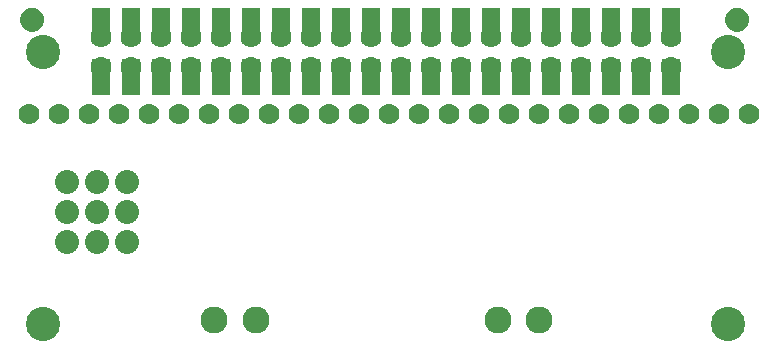
<source format=gbr>
G04 EAGLE Gerber RS-274X export*
G75*
%MOMM*%
%FSLAX34Y34*%
%LPD*%
%INSoldermask Bottom*%
%IPPOS*%
%AMOC8*
5,1,8,0,0,1.08239X$1,22.5*%
G01*
%ADD10C,2.901600*%
%ADD11R,1.625600X3.149600*%
%ADD12C,1.778000*%
%ADD13C,1.101600*%
%ADD14C,0.500000*%
%ADD15C,2.032000*%
%ADD16C,2.286000*%


D10*
X35000Y265000D03*
X615000Y265000D03*
X615000Y35000D03*
D11*
X83696Y243394D03*
X83696Y286574D03*
X109096Y243394D03*
X109096Y286574D03*
X134496Y286574D03*
X134496Y243394D03*
X159896Y286574D03*
X159896Y243394D03*
X185296Y286574D03*
X185296Y243394D03*
X210696Y286574D03*
X210696Y243394D03*
X236096Y286574D03*
X236096Y243394D03*
X261496Y286574D03*
X261496Y243394D03*
X286896Y286574D03*
X286896Y243394D03*
X312296Y286574D03*
X312296Y243394D03*
X337696Y286574D03*
X337696Y243394D03*
X363096Y286574D03*
X363096Y243394D03*
X388496Y286574D03*
X388496Y243394D03*
X413896Y286574D03*
X413896Y243394D03*
X439296Y286574D03*
X439296Y243394D03*
X464696Y286574D03*
X464696Y243394D03*
X490096Y286574D03*
X490096Y243394D03*
X515496Y286574D03*
X515496Y243394D03*
X540896Y286574D03*
X540896Y243394D03*
X566296Y286574D03*
X566296Y243394D03*
D10*
X35000Y35000D03*
D12*
X83700Y252300D03*
X83700Y277700D03*
X109100Y252300D03*
X109100Y277700D03*
X134500Y252300D03*
X134500Y277700D03*
X159900Y252300D03*
X159900Y277700D03*
X185300Y252300D03*
X185300Y277700D03*
X210700Y252300D03*
X210700Y277700D03*
X236100Y252300D03*
X236100Y277700D03*
X261500Y252300D03*
X261500Y277700D03*
X286900Y252300D03*
X286900Y277700D03*
X312300Y252300D03*
X312300Y277700D03*
X337700Y252300D03*
X337700Y277700D03*
X363100Y252300D03*
X363100Y277700D03*
X388500Y252300D03*
X388500Y277700D03*
X413900Y252300D03*
X413900Y277700D03*
X439300Y252300D03*
X439300Y277700D03*
X464700Y252300D03*
X464700Y277700D03*
X490100Y252300D03*
X490100Y277700D03*
X515500Y252300D03*
X515500Y277700D03*
X540900Y252300D03*
X540900Y277700D03*
X566300Y252300D03*
X566300Y277700D03*
D13*
X25400Y292100D03*
D14*
X32900Y292100D02*
X32898Y292281D01*
X32891Y292462D01*
X32880Y292643D01*
X32865Y292824D01*
X32845Y293004D01*
X32821Y293184D01*
X32793Y293363D01*
X32760Y293541D01*
X32723Y293718D01*
X32682Y293895D01*
X32637Y294070D01*
X32587Y294245D01*
X32533Y294418D01*
X32475Y294589D01*
X32413Y294760D01*
X32346Y294928D01*
X32276Y295095D01*
X32202Y295261D01*
X32123Y295424D01*
X32041Y295585D01*
X31955Y295745D01*
X31865Y295902D01*
X31771Y296057D01*
X31674Y296210D01*
X31572Y296360D01*
X31468Y296508D01*
X31359Y296654D01*
X31248Y296796D01*
X31132Y296936D01*
X31014Y297073D01*
X30892Y297208D01*
X30767Y297339D01*
X30639Y297467D01*
X30508Y297592D01*
X30373Y297714D01*
X30236Y297832D01*
X30096Y297948D01*
X29954Y298059D01*
X29808Y298168D01*
X29660Y298272D01*
X29510Y298374D01*
X29357Y298471D01*
X29202Y298565D01*
X29045Y298655D01*
X28885Y298741D01*
X28724Y298823D01*
X28561Y298902D01*
X28395Y298976D01*
X28228Y299046D01*
X28060Y299113D01*
X27889Y299175D01*
X27718Y299233D01*
X27545Y299287D01*
X27370Y299337D01*
X27195Y299382D01*
X27018Y299423D01*
X26841Y299460D01*
X26663Y299493D01*
X26484Y299521D01*
X26304Y299545D01*
X26124Y299565D01*
X25943Y299580D01*
X25762Y299591D01*
X25581Y299598D01*
X25400Y299600D01*
X25219Y299598D01*
X25038Y299591D01*
X24857Y299580D01*
X24676Y299565D01*
X24496Y299545D01*
X24316Y299521D01*
X24137Y299493D01*
X23959Y299460D01*
X23782Y299423D01*
X23605Y299382D01*
X23430Y299337D01*
X23255Y299287D01*
X23082Y299233D01*
X22911Y299175D01*
X22740Y299113D01*
X22572Y299046D01*
X22405Y298976D01*
X22239Y298902D01*
X22076Y298823D01*
X21915Y298741D01*
X21755Y298655D01*
X21598Y298565D01*
X21443Y298471D01*
X21290Y298374D01*
X21140Y298272D01*
X20992Y298168D01*
X20846Y298059D01*
X20704Y297948D01*
X20564Y297832D01*
X20427Y297714D01*
X20292Y297592D01*
X20161Y297467D01*
X20033Y297339D01*
X19908Y297208D01*
X19786Y297073D01*
X19668Y296936D01*
X19552Y296796D01*
X19441Y296654D01*
X19332Y296508D01*
X19228Y296360D01*
X19126Y296210D01*
X19029Y296057D01*
X18935Y295902D01*
X18845Y295745D01*
X18759Y295585D01*
X18677Y295424D01*
X18598Y295261D01*
X18524Y295095D01*
X18454Y294928D01*
X18387Y294760D01*
X18325Y294589D01*
X18267Y294418D01*
X18213Y294245D01*
X18163Y294070D01*
X18118Y293895D01*
X18077Y293718D01*
X18040Y293541D01*
X18007Y293363D01*
X17979Y293184D01*
X17955Y293004D01*
X17935Y292824D01*
X17920Y292643D01*
X17909Y292462D01*
X17902Y292281D01*
X17900Y292100D01*
X17902Y291919D01*
X17909Y291738D01*
X17920Y291557D01*
X17935Y291376D01*
X17955Y291196D01*
X17979Y291016D01*
X18007Y290837D01*
X18040Y290659D01*
X18077Y290482D01*
X18118Y290305D01*
X18163Y290130D01*
X18213Y289955D01*
X18267Y289782D01*
X18325Y289611D01*
X18387Y289440D01*
X18454Y289272D01*
X18524Y289105D01*
X18598Y288939D01*
X18677Y288776D01*
X18759Y288615D01*
X18845Y288455D01*
X18935Y288298D01*
X19029Y288143D01*
X19126Y287990D01*
X19228Y287840D01*
X19332Y287692D01*
X19441Y287546D01*
X19552Y287404D01*
X19668Y287264D01*
X19786Y287127D01*
X19908Y286992D01*
X20033Y286861D01*
X20161Y286733D01*
X20292Y286608D01*
X20427Y286486D01*
X20564Y286368D01*
X20704Y286252D01*
X20846Y286141D01*
X20992Y286032D01*
X21140Y285928D01*
X21290Y285826D01*
X21443Y285729D01*
X21598Y285635D01*
X21755Y285545D01*
X21915Y285459D01*
X22076Y285377D01*
X22239Y285298D01*
X22405Y285224D01*
X22572Y285154D01*
X22740Y285087D01*
X22911Y285025D01*
X23082Y284967D01*
X23255Y284913D01*
X23430Y284863D01*
X23605Y284818D01*
X23782Y284777D01*
X23959Y284740D01*
X24137Y284707D01*
X24316Y284679D01*
X24496Y284655D01*
X24676Y284635D01*
X24857Y284620D01*
X25038Y284609D01*
X25219Y284602D01*
X25400Y284600D01*
X25581Y284602D01*
X25762Y284609D01*
X25943Y284620D01*
X26124Y284635D01*
X26304Y284655D01*
X26484Y284679D01*
X26663Y284707D01*
X26841Y284740D01*
X27018Y284777D01*
X27195Y284818D01*
X27370Y284863D01*
X27545Y284913D01*
X27718Y284967D01*
X27889Y285025D01*
X28060Y285087D01*
X28228Y285154D01*
X28395Y285224D01*
X28561Y285298D01*
X28724Y285377D01*
X28885Y285459D01*
X29045Y285545D01*
X29202Y285635D01*
X29357Y285729D01*
X29510Y285826D01*
X29660Y285928D01*
X29808Y286032D01*
X29954Y286141D01*
X30096Y286252D01*
X30236Y286368D01*
X30373Y286486D01*
X30508Y286608D01*
X30639Y286733D01*
X30767Y286861D01*
X30892Y286992D01*
X31014Y287127D01*
X31132Y287264D01*
X31248Y287404D01*
X31359Y287546D01*
X31468Y287692D01*
X31572Y287840D01*
X31674Y287990D01*
X31771Y288143D01*
X31865Y288298D01*
X31955Y288455D01*
X32041Y288615D01*
X32123Y288776D01*
X32202Y288939D01*
X32276Y289105D01*
X32346Y289272D01*
X32413Y289440D01*
X32475Y289611D01*
X32533Y289782D01*
X32587Y289955D01*
X32637Y290130D01*
X32682Y290305D01*
X32723Y290482D01*
X32760Y290659D01*
X32793Y290837D01*
X32821Y291016D01*
X32845Y291196D01*
X32865Y291376D01*
X32880Y291557D01*
X32891Y291738D01*
X32898Y291919D01*
X32900Y292100D01*
D13*
X622300Y292100D03*
D14*
X629800Y292100D02*
X629798Y292281D01*
X629791Y292462D01*
X629780Y292643D01*
X629765Y292824D01*
X629745Y293004D01*
X629721Y293184D01*
X629693Y293363D01*
X629660Y293541D01*
X629623Y293718D01*
X629582Y293895D01*
X629537Y294070D01*
X629487Y294245D01*
X629433Y294418D01*
X629375Y294589D01*
X629313Y294760D01*
X629246Y294928D01*
X629176Y295095D01*
X629102Y295261D01*
X629023Y295424D01*
X628941Y295585D01*
X628855Y295745D01*
X628765Y295902D01*
X628671Y296057D01*
X628574Y296210D01*
X628472Y296360D01*
X628368Y296508D01*
X628259Y296654D01*
X628148Y296796D01*
X628032Y296936D01*
X627914Y297073D01*
X627792Y297208D01*
X627667Y297339D01*
X627539Y297467D01*
X627408Y297592D01*
X627273Y297714D01*
X627136Y297832D01*
X626996Y297948D01*
X626854Y298059D01*
X626708Y298168D01*
X626560Y298272D01*
X626410Y298374D01*
X626257Y298471D01*
X626102Y298565D01*
X625945Y298655D01*
X625785Y298741D01*
X625624Y298823D01*
X625461Y298902D01*
X625295Y298976D01*
X625128Y299046D01*
X624960Y299113D01*
X624789Y299175D01*
X624618Y299233D01*
X624445Y299287D01*
X624270Y299337D01*
X624095Y299382D01*
X623918Y299423D01*
X623741Y299460D01*
X623563Y299493D01*
X623384Y299521D01*
X623204Y299545D01*
X623024Y299565D01*
X622843Y299580D01*
X622662Y299591D01*
X622481Y299598D01*
X622300Y299600D01*
X622119Y299598D01*
X621938Y299591D01*
X621757Y299580D01*
X621576Y299565D01*
X621396Y299545D01*
X621216Y299521D01*
X621037Y299493D01*
X620859Y299460D01*
X620682Y299423D01*
X620505Y299382D01*
X620330Y299337D01*
X620155Y299287D01*
X619982Y299233D01*
X619811Y299175D01*
X619640Y299113D01*
X619472Y299046D01*
X619305Y298976D01*
X619139Y298902D01*
X618976Y298823D01*
X618815Y298741D01*
X618655Y298655D01*
X618498Y298565D01*
X618343Y298471D01*
X618190Y298374D01*
X618040Y298272D01*
X617892Y298168D01*
X617746Y298059D01*
X617604Y297948D01*
X617464Y297832D01*
X617327Y297714D01*
X617192Y297592D01*
X617061Y297467D01*
X616933Y297339D01*
X616808Y297208D01*
X616686Y297073D01*
X616568Y296936D01*
X616452Y296796D01*
X616341Y296654D01*
X616232Y296508D01*
X616128Y296360D01*
X616026Y296210D01*
X615929Y296057D01*
X615835Y295902D01*
X615745Y295745D01*
X615659Y295585D01*
X615577Y295424D01*
X615498Y295261D01*
X615424Y295095D01*
X615354Y294928D01*
X615287Y294760D01*
X615225Y294589D01*
X615167Y294418D01*
X615113Y294245D01*
X615063Y294070D01*
X615018Y293895D01*
X614977Y293718D01*
X614940Y293541D01*
X614907Y293363D01*
X614879Y293184D01*
X614855Y293004D01*
X614835Y292824D01*
X614820Y292643D01*
X614809Y292462D01*
X614802Y292281D01*
X614800Y292100D01*
X614802Y291919D01*
X614809Y291738D01*
X614820Y291557D01*
X614835Y291376D01*
X614855Y291196D01*
X614879Y291016D01*
X614907Y290837D01*
X614940Y290659D01*
X614977Y290482D01*
X615018Y290305D01*
X615063Y290130D01*
X615113Y289955D01*
X615167Y289782D01*
X615225Y289611D01*
X615287Y289440D01*
X615354Y289272D01*
X615424Y289105D01*
X615498Y288939D01*
X615577Y288776D01*
X615659Y288615D01*
X615745Y288455D01*
X615835Y288298D01*
X615929Y288143D01*
X616026Y287990D01*
X616128Y287840D01*
X616232Y287692D01*
X616341Y287546D01*
X616452Y287404D01*
X616568Y287264D01*
X616686Y287127D01*
X616808Y286992D01*
X616933Y286861D01*
X617061Y286733D01*
X617192Y286608D01*
X617327Y286486D01*
X617464Y286368D01*
X617604Y286252D01*
X617746Y286141D01*
X617892Y286032D01*
X618040Y285928D01*
X618190Y285826D01*
X618343Y285729D01*
X618498Y285635D01*
X618655Y285545D01*
X618815Y285459D01*
X618976Y285377D01*
X619139Y285298D01*
X619305Y285224D01*
X619472Y285154D01*
X619640Y285087D01*
X619811Y285025D01*
X619982Y284967D01*
X620155Y284913D01*
X620330Y284863D01*
X620505Y284818D01*
X620682Y284777D01*
X620859Y284740D01*
X621037Y284707D01*
X621216Y284679D01*
X621396Y284655D01*
X621576Y284635D01*
X621757Y284620D01*
X621938Y284609D01*
X622119Y284602D01*
X622300Y284600D01*
X622481Y284602D01*
X622662Y284609D01*
X622843Y284620D01*
X623024Y284635D01*
X623204Y284655D01*
X623384Y284679D01*
X623563Y284707D01*
X623741Y284740D01*
X623918Y284777D01*
X624095Y284818D01*
X624270Y284863D01*
X624445Y284913D01*
X624618Y284967D01*
X624789Y285025D01*
X624960Y285087D01*
X625128Y285154D01*
X625295Y285224D01*
X625461Y285298D01*
X625624Y285377D01*
X625785Y285459D01*
X625945Y285545D01*
X626102Y285635D01*
X626257Y285729D01*
X626410Y285826D01*
X626560Y285928D01*
X626708Y286032D01*
X626854Y286141D01*
X626996Y286252D01*
X627136Y286368D01*
X627273Y286486D01*
X627408Y286608D01*
X627539Y286733D01*
X627667Y286861D01*
X627792Y286992D01*
X627914Y287127D01*
X628032Y287264D01*
X628148Y287404D01*
X628259Y287546D01*
X628368Y287692D01*
X628472Y287840D01*
X628574Y287990D01*
X628671Y288143D01*
X628765Y288298D01*
X628855Y288455D01*
X628941Y288615D01*
X629023Y288776D01*
X629102Y288939D01*
X629176Y289105D01*
X629246Y289272D01*
X629313Y289440D01*
X629375Y289611D01*
X629433Y289782D01*
X629487Y289955D01*
X629537Y290130D01*
X629582Y290305D01*
X629623Y290482D01*
X629660Y290659D01*
X629693Y290837D01*
X629721Y291016D01*
X629745Y291196D01*
X629765Y291376D01*
X629780Y291557D01*
X629791Y291738D01*
X629798Y291919D01*
X629800Y292100D01*
D12*
X22860Y212090D03*
X48260Y212090D03*
X73660Y212090D03*
X99060Y212090D03*
X124460Y212090D03*
X149860Y212090D03*
X175260Y212090D03*
X200660Y212090D03*
X226060Y212090D03*
X251460Y212090D03*
X276860Y212090D03*
X302260Y212090D03*
X327660Y212090D03*
X353060Y212090D03*
X378460Y212090D03*
X403860Y212090D03*
X429260Y212090D03*
X454660Y212090D03*
X480060Y212090D03*
X505460Y212090D03*
X530860Y212090D03*
X556260Y212090D03*
X581660Y212090D03*
X607060Y212090D03*
X632460Y212090D03*
D15*
X105410Y129540D03*
X80010Y129540D03*
X54610Y129540D03*
X54610Y104140D03*
X80010Y104140D03*
X105410Y104140D03*
X54610Y154940D03*
X80010Y154940D03*
X105410Y154940D03*
D16*
X214850Y38100D03*
X179850Y38100D03*
X454880Y38100D03*
X419880Y38100D03*
M02*

</source>
